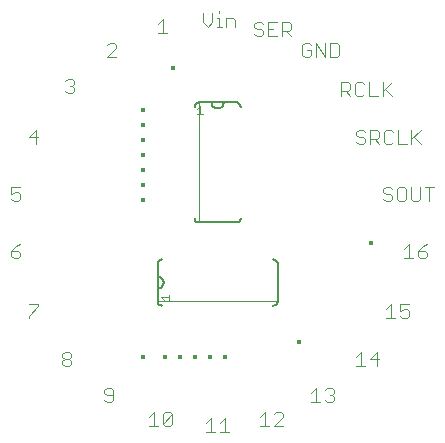
<source format=gto>
G75*
G70*
%OFA0B0*%
%FSLAX24Y24*%
%IPPOS*%
%LPD*%
%AMOC8*
5,1,8,0,0,1.08239X$1,22.5*
%
%ADD10C,0.0040*%
%ADD11C,0.0020*%
%ADD12C,0.0060*%
%ADD13R,0.0118X0.0118*%
D10*
X005059Y005382D02*
X004982Y005459D01*
X004982Y005536D01*
X005059Y005613D01*
X005213Y005613D01*
X005289Y005536D01*
X005289Y005459D01*
X005213Y005382D01*
X005059Y005382D01*
X004982Y005459D01*
X004982Y005536D01*
X005059Y005613D01*
X004982Y005689D01*
X004982Y005766D01*
X005059Y005843D01*
X005213Y005843D01*
X005289Y005766D01*
X005289Y005689D01*
X005213Y005613D01*
X005059Y005613D01*
X004982Y005689D01*
X004982Y005766D01*
X005059Y005843D01*
X005213Y005843D01*
X005289Y005766D01*
X005289Y005689D01*
X005213Y005613D01*
X005289Y005536D01*
X005289Y005459D01*
X005213Y005382D01*
X005059Y005382D01*
X006382Y004566D02*
X006382Y004489D01*
X006459Y004413D01*
X006689Y004413D01*
X006689Y004566D02*
X006689Y004259D01*
X006613Y004182D01*
X006459Y004182D01*
X006382Y004259D01*
X006382Y004566D02*
X006459Y004643D01*
X006613Y004643D01*
X006689Y004566D01*
X007882Y003689D02*
X008036Y003843D01*
X008036Y003382D01*
X008189Y003382D02*
X007882Y003382D01*
X008343Y003459D02*
X008420Y003382D01*
X008573Y003382D01*
X008650Y003459D01*
X008650Y003766D01*
X008343Y003459D01*
X008343Y003766D01*
X008420Y003843D01*
X008573Y003843D01*
X008650Y003766D01*
X009782Y003489D02*
X009936Y003643D01*
X009936Y003182D01*
X010089Y003182D02*
X009782Y003182D01*
X010243Y003182D02*
X010550Y003182D01*
X010396Y003182D02*
X010396Y003643D01*
X010243Y003489D01*
X011582Y003382D02*
X011889Y003382D01*
X011582Y003382D01*
X011736Y003382D02*
X011736Y003843D01*
X011582Y003689D01*
X011736Y003843D01*
X011736Y003382D01*
X012043Y003382D02*
X012350Y003689D01*
X012350Y003766D01*
X012273Y003843D01*
X012120Y003843D01*
X012043Y003766D01*
X012120Y003843D01*
X012273Y003843D01*
X012350Y003766D01*
X012350Y003689D01*
X012043Y003382D01*
X012350Y003382D01*
X012043Y003382D01*
X013282Y004182D02*
X013589Y004182D01*
X013436Y004182D02*
X013436Y004643D01*
X013282Y004489D01*
X013743Y004566D02*
X013820Y004643D01*
X013973Y004643D01*
X014050Y004566D01*
X014050Y004489D01*
X013973Y004413D01*
X014050Y004336D01*
X014050Y004259D01*
X013973Y004182D01*
X013820Y004182D01*
X013743Y004259D01*
X013896Y004413D02*
X013973Y004413D01*
X014782Y005382D02*
X015089Y005382D01*
X014936Y005382D02*
X014936Y005843D01*
X014782Y005689D01*
X015243Y005613D02*
X015550Y005613D01*
X015473Y005843D02*
X015473Y005382D01*
X015243Y005613D02*
X015473Y005843D01*
X015782Y006982D02*
X016089Y006982D01*
X015936Y006982D02*
X015936Y007443D01*
X015782Y007289D01*
X016243Y007213D02*
X016396Y007289D01*
X016473Y007289D01*
X016550Y007213D01*
X016550Y007059D01*
X016473Y006982D01*
X016320Y006982D01*
X016243Y007059D01*
X016243Y007213D02*
X016243Y007443D01*
X016550Y007443D01*
X016536Y008982D02*
X016536Y009443D01*
X016382Y009289D01*
X016382Y008982D02*
X016689Y008982D01*
X016843Y009059D02*
X016920Y008982D01*
X017073Y008982D01*
X017150Y009059D01*
X017150Y009136D01*
X017073Y009213D01*
X016843Y009213D01*
X016843Y009059D01*
X016843Y009213D02*
X016996Y009366D01*
X017150Y009443D01*
X017217Y010882D02*
X017217Y011343D01*
X017064Y011343D02*
X017371Y011343D01*
X016910Y011343D02*
X016910Y010959D01*
X016833Y010882D01*
X016680Y010882D01*
X016603Y010959D01*
X016603Y011343D01*
X016450Y011266D02*
X016373Y011343D01*
X016220Y011343D01*
X016143Y011266D01*
X016143Y010959D01*
X016220Y010882D01*
X016373Y010882D01*
X016450Y010959D01*
X016450Y011266D01*
X015989Y011266D02*
X015913Y011343D01*
X015759Y011343D01*
X015682Y011266D01*
X015682Y011189D01*
X015759Y011113D01*
X015913Y011113D01*
X015989Y011036D01*
X015989Y010959D01*
X015913Y010882D01*
X015759Y010882D01*
X015682Y010959D01*
X015780Y012782D02*
X015933Y012782D01*
X016010Y012859D01*
X016164Y012782D02*
X016471Y012782D01*
X016624Y012782D02*
X016624Y013243D01*
X016701Y013013D02*
X016931Y012782D01*
X016624Y012936D02*
X016931Y013243D01*
X016164Y013243D02*
X016164Y012782D01*
X015780Y012782D02*
X015703Y012859D01*
X015703Y013166D01*
X015780Y013243D01*
X015933Y013243D01*
X016010Y013166D01*
X015550Y013166D02*
X015550Y013013D01*
X015473Y012936D01*
X015243Y012936D01*
X015396Y012936D02*
X015550Y012782D01*
X015243Y012782D02*
X015243Y013243D01*
X015473Y013243D01*
X015550Y013166D01*
X015089Y013166D02*
X015013Y013243D01*
X014859Y013243D01*
X014782Y013166D01*
X014782Y013089D01*
X014859Y013013D01*
X015013Y013013D01*
X015089Y012936D01*
X015089Y012859D01*
X015013Y012782D01*
X014859Y012782D01*
X014782Y012859D01*
X014820Y014382D02*
X014973Y014382D01*
X015050Y014459D01*
X015203Y014382D02*
X015510Y014382D01*
X015664Y014382D02*
X015664Y014843D01*
X015664Y014536D02*
X015971Y014843D01*
X015740Y014613D02*
X015971Y014382D01*
X015203Y014382D02*
X015203Y014843D01*
X015050Y014766D02*
X014973Y014843D01*
X014820Y014843D01*
X014743Y014766D01*
X014743Y014459D01*
X014820Y014382D01*
X014589Y014382D02*
X014436Y014536D01*
X014513Y014536D02*
X014282Y014536D01*
X014282Y014382D02*
X014282Y014843D01*
X014513Y014843D01*
X014589Y014766D01*
X014589Y014613D01*
X014513Y014536D01*
X014133Y015682D02*
X013903Y015682D01*
X013903Y016143D01*
X014133Y016143D01*
X014210Y016066D01*
X014210Y015759D01*
X014133Y015682D01*
X013750Y015682D02*
X013750Y016143D01*
X013443Y016143D02*
X013750Y015682D01*
X013443Y015682D02*
X013443Y016143D01*
X013289Y016066D02*
X013213Y016143D01*
X013059Y016143D01*
X012982Y016066D01*
X012982Y015759D01*
X013059Y015682D01*
X013213Y015682D01*
X013289Y015759D01*
X013289Y015913D01*
X013136Y015913D01*
X012610Y016382D02*
X012457Y016536D01*
X012533Y016536D02*
X012303Y016536D01*
X012303Y016382D02*
X012303Y016843D01*
X012533Y016843D01*
X012610Y016766D01*
X012610Y016613D01*
X012533Y016536D01*
X012150Y016382D02*
X011843Y016382D01*
X011843Y016843D01*
X012150Y016843D01*
X011996Y016613D02*
X011843Y016613D01*
X011689Y016536D02*
X011689Y016459D01*
X011613Y016382D01*
X011459Y016382D01*
X011382Y016459D01*
X011459Y016613D02*
X011613Y016613D01*
X011689Y016536D01*
X011689Y016766D02*
X011613Y016843D01*
X011459Y016843D01*
X011382Y016766D01*
X011382Y016689D01*
X011459Y016613D01*
X010757Y016682D02*
X010757Y016913D01*
X010680Y016989D01*
X010450Y016989D01*
X010450Y016682D01*
X010296Y016682D02*
X010143Y016682D01*
X010220Y016682D02*
X010220Y016989D01*
X010143Y016989D01*
X010220Y017143D02*
X010220Y017220D01*
X009989Y017143D02*
X009989Y016836D01*
X009836Y016682D01*
X009682Y016836D01*
X009682Y017143D01*
X008336Y016943D02*
X008336Y016482D01*
X008489Y016482D02*
X008182Y016482D01*
X008182Y016789D02*
X008336Y016943D01*
X006789Y016066D02*
X006789Y015989D01*
X006482Y015682D01*
X006789Y015682D01*
X006789Y016066D02*
X006713Y016143D01*
X006559Y016143D01*
X006482Y016066D01*
X005313Y014943D02*
X005159Y014943D01*
X005082Y014866D01*
X005236Y014713D02*
X005313Y014713D01*
X005389Y014636D01*
X005389Y014559D01*
X005313Y014482D01*
X005159Y014482D01*
X005082Y014559D01*
X005313Y014713D02*
X005389Y014789D01*
X005389Y014866D01*
X005313Y014943D01*
X004113Y013243D02*
X003882Y013013D01*
X004189Y013013D01*
X004113Y013243D02*
X004113Y012782D01*
X003589Y011343D02*
X003282Y011343D01*
X003282Y011113D01*
X003436Y011189D01*
X003513Y011189D01*
X003589Y011113D01*
X003589Y010959D01*
X003513Y010882D01*
X003359Y010882D01*
X003282Y010959D01*
X003589Y009443D02*
X003436Y009366D01*
X003282Y009213D01*
X003513Y009213D01*
X003589Y009136D01*
X003589Y009059D01*
X003513Y008982D01*
X003359Y008982D01*
X003282Y009059D01*
X003282Y009213D01*
X003882Y007443D02*
X004189Y007443D01*
X004189Y007366D01*
X003882Y007059D01*
X003882Y006982D01*
D11*
X008162Y007532D02*
X012162Y007532D01*
X009532Y010162D02*
X009532Y014162D01*
X009566Y014053D02*
X009472Y013959D01*
X009566Y014053D02*
X009566Y013772D01*
X009659Y013772D02*
X009472Y013772D01*
X008552Y007759D02*
X008552Y007572D01*
X008552Y007666D02*
X008272Y007666D01*
X008366Y007572D01*
D12*
X008312Y007392D02*
X008289Y007394D01*
X008266Y007399D01*
X008244Y007408D01*
X008224Y007421D01*
X008206Y007436D01*
X008191Y007454D01*
X008178Y007474D01*
X008169Y007496D01*
X008164Y007519D01*
X008162Y007542D01*
X008162Y007962D01*
X008162Y008362D01*
X008162Y008782D01*
X008164Y008805D01*
X008169Y008828D01*
X008178Y008850D01*
X008191Y008870D01*
X008206Y008888D01*
X008224Y008903D01*
X008244Y008916D01*
X008266Y008925D01*
X008289Y008930D01*
X008312Y008932D01*
X008162Y008362D02*
X008189Y008360D01*
X008216Y008355D01*
X008242Y008345D01*
X008266Y008333D01*
X008288Y008317D01*
X008308Y008299D01*
X008325Y008277D01*
X008340Y008254D01*
X008350Y008229D01*
X008358Y008203D01*
X008362Y008176D01*
X008362Y008148D01*
X008358Y008121D01*
X008350Y008095D01*
X008340Y008070D01*
X008325Y008047D01*
X008308Y008025D01*
X008288Y008007D01*
X008266Y007991D01*
X008242Y007979D01*
X008216Y007969D01*
X008189Y007964D01*
X008162Y007962D01*
X009542Y010162D02*
X010782Y010162D01*
X010805Y010164D01*
X010828Y010169D01*
X010850Y010178D01*
X010870Y010191D01*
X010888Y010206D01*
X010903Y010224D01*
X010916Y010244D01*
X010925Y010266D01*
X010930Y010289D01*
X010932Y010312D01*
X009542Y010162D02*
X009519Y010164D01*
X009496Y010169D01*
X009474Y010178D01*
X009454Y010191D01*
X009436Y010206D01*
X009421Y010224D01*
X009408Y010244D01*
X009399Y010266D01*
X009394Y010289D01*
X009392Y010312D01*
X012012Y008932D02*
X012035Y008930D01*
X012058Y008925D01*
X012080Y008916D01*
X012100Y008903D01*
X012118Y008888D01*
X012133Y008870D01*
X012146Y008850D01*
X012155Y008828D01*
X012160Y008805D01*
X012162Y008782D01*
X012162Y007542D01*
X012160Y007519D01*
X012155Y007496D01*
X012146Y007474D01*
X012133Y007454D01*
X012118Y007436D01*
X012100Y007421D01*
X012080Y007408D01*
X012058Y007399D01*
X012035Y007394D01*
X012012Y007392D01*
X010932Y014012D02*
X010930Y014035D01*
X010925Y014058D01*
X010916Y014080D01*
X010903Y014100D01*
X010888Y014118D01*
X010870Y014133D01*
X010850Y014146D01*
X010828Y014155D01*
X010805Y014160D01*
X010782Y014162D01*
X010362Y014162D01*
X009962Y014162D01*
X009542Y014162D01*
X009519Y014160D01*
X009496Y014155D01*
X009474Y014146D01*
X009454Y014133D01*
X009436Y014118D01*
X009421Y014100D01*
X009408Y014080D01*
X009399Y014058D01*
X009394Y014035D01*
X009392Y014012D01*
X009962Y014162D02*
X009964Y014135D01*
X009969Y014108D01*
X009979Y014082D01*
X009991Y014058D01*
X010007Y014036D01*
X010025Y014016D01*
X010047Y013999D01*
X010070Y013984D01*
X010095Y013974D01*
X010121Y013966D01*
X010148Y013962D01*
X010176Y013962D01*
X010203Y013966D01*
X010229Y013974D01*
X010254Y013984D01*
X010277Y013999D01*
X010299Y014016D01*
X010317Y014036D01*
X010333Y014058D01*
X010345Y014082D01*
X010355Y014108D01*
X010360Y014135D01*
X010362Y014162D01*
D13*
X008662Y015312D03*
X007662Y013914D03*
X007662Y013412D03*
X007662Y012913D03*
X007662Y012412D03*
X007662Y011912D03*
X007662Y011413D03*
X007662Y010913D03*
X007662Y005662D03*
X008412Y005662D03*
X008912Y005662D03*
X009412Y005662D03*
X009915Y005662D03*
X010412Y005662D03*
X012862Y006162D03*
X015262Y009462D03*
M02*

</source>
